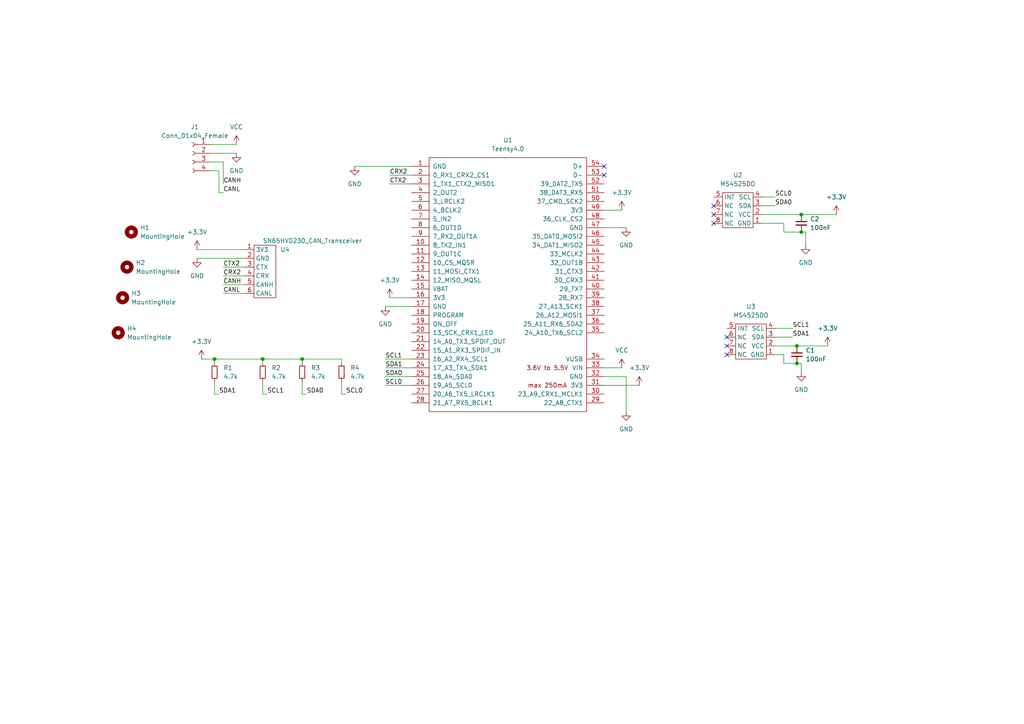
<source format=kicad_sch>
(kicad_sch (version 20211123) (generator eeschema)
  (paper "A4")
  (title_block (title "SDM-23 Yaw Probe") (date "2022-10-09") (rev "v1.0") (company "Sun Devil Motorsports - Data Acquisition") (comment 1 "Teensy 4.0 Variant"))
  (lib_symbols
    (symbol "Connector:Conn_01x04_Female" (pin_names (offset 1.016) hide)
      (property "Reference" "J" (at 0 5.08 0))
      (property "Value" "Conn_01x04_Female" (at 0 -7.62 0))
      (symbol "Conn_01x04_Female_1_1"
        (arc (start 0 -4.572) (mid -0.508 -5.08) (end 0 -5.588) (stroke (width 0.1524)))
        (arc (start 0 -2.032) (mid -0.508 -2.54) (end 0 -3.048) (stroke (width 0.1524)))
        (polyline (pts (xy -1.27 -5.08) (xy -0.508 -5.08)) (stroke (width 0.1524)))
        (polyline (pts (xy -1.27 -2.54) (xy -0.508 -2.54)) (stroke (width 0.1524)))
        (polyline (pts (xy -1.27 0) (xy -0.508 0)) (stroke (width 0.1524)))
        (polyline (pts (xy -1.27 2.54) (xy -0.508 2.54)) (stroke (width 0.1524)))
        (arc (start 0 0.508) (mid -0.508 0) (end 0 -0.508) (stroke (width 0.1524)))
        (arc (start 0 3.048) (mid -0.508 2.54) (end 0 2.032) (stroke (width 0.1524)))
        (pin passive line (at -5.08 2.54 0) (length 3.81) (name "Pin_1") (number "1"))
        (pin passive line (at -5.08 0 0) (length 3.81) (name "Pin_2") (number "2"))
        (pin passive line (at -5.08 -2.54 0) (length 3.81) (name "Pin_3") (number "3"))
        (pin passive line (at -5.08 -5.08 0) (length 3.81) (name "Pin_4") (number "4"))
      )
    )
    (symbol "Device:C_Small" (pin_numbers hide) (pin_names (offset 0.254) hide)
      (property "Reference" "C" (at 0.254 1.778 0))
      (property "Value" "C_Small" (at 0.254 -2.032 0))
      (symbol "C_Small_0_1"
        (polyline (pts (xy -1.524 -0.508) (xy 1.524 -0.508)) (stroke (width 0.3302)))
        (polyline (pts (xy -1.524 0.508) (xy 1.524 0.508)) (stroke (width 0.3048)))
      )
      (symbol "C_Small_1_1"
        (pin passive line (at 0 2.54 270) (length 2.032) (name "~") (number "1"))
        (pin passive line (at 0 -2.54 90) (length 2.032) (name "~") (number "2"))
      )
    )
    (symbol "Device:R_Small" (pin_numbers hide) (pin_names (offset 0.254) hide)
      (property "Reference" "R" (at 0.762 0.508 0))
      (property "Value" "R_Small" (at 0.762 -1.016 0))
      (symbol "R_Small_0_1"
        (rectangle (start -0.762 1.778) (end 0.762 -1.778) (stroke (width 0.2032)))
      )
      (symbol "R_Small_1_1"
        (pin passive line (at 0 2.54 270) (length 0.762) (name "~") (number "1"))
        (pin passive line (at 0 -2.54 90) (length 0.762) (name "~") (number "2"))
      )
    )
    (symbol "Mechanical:MountingHole" (pin_names (offset 1.016))
      (property "Reference" "H" (at 0 5.08 0))
      (property "Value" "MountingHole" (at 0 3.175 0))
      (symbol "MountingHole_0_1"
        (circle (center 0 0) (radius 1.27) (stroke (width 1.27)))
      )
    )
    (symbol "SDM:MS4525DO"
      (property "Reference" "U" (at 0 0 0))
      (property "Value" "MS4525DO" (at 0 -2.54 0))
      (symbol "MS4525DO_0_1"
        (rectangle (start -3.81 -15.24) (end 5.08 -5.08))
      )
      (symbol "MS4525DO_1_1"
        (pin input line (at 7.62 -13.97 180) (length 2.54) (name "GND") (number "1"))
        (pin input line (at 7.62 -11.43 180) (length 2.54) (name "VCC") (number "2"))
        (pin input line (at 7.62 -8.89 180) (length 2.54) (name "SDA") (number "3"))
        (pin input line (at 7.62 -6.35 180) (length 2.54) (name "SCL") (number "4"))
        (pin input line (at -6.35 -6.35 0) (length 2.54) (name "INT") (number "5"))
        (pin input line (at -6.35 -8.89 0) (length 2.54) (name "NC") (number "6"))
        (pin input line (at -6.35 -11.43 0) (length 2.54) (name "NC") (number "7"))
        (pin input line (at -6.35 -13.97 0) (length 2.54) (name "NC") (number "8"))
      )
    )
    (symbol "SDM:SN65HVD230_CAN_Transceiver"
      (property "Reference" "U" (at 0 2.54 0))
      (property "Value" "SN65HVD230_CAN_Transceiver" (at 2.54 0 0))
      (symbol "SN65HVD230_CAN_Transceiver_0_1"
        (rectangle (start -1.27 -2.54) (end 5.08 -17.78))
      )
      (symbol "SN65HVD230_CAN_Transceiver_1_1"
        (pin input line (at -3.81 -3.81 0) (length 2.54) (name "3V3") (number "1"))
        (pin input line (at -3.81 -6.35 0) (length 2.54) (name "GND") (number "2"))
        (pin input line (at -3.81 -8.89 0) (length 2.54) (name "CTX") (number "3"))
        (pin input line (at -3.81 -11.43 0) (length 2.54) (name "CRX") (number "4"))
        (pin input line (at -3.81 -13.97 0) (length 2.54) (name "CANH") (number "5"))
        (pin input line (at -3.81 -16.51 0) (length 2.54) (name "CANL") (number "6"))
      )
    )
    (symbol "Teensy:Teensy4.0" (pin_names (offset 1.016))
      (property "Reference" "U" (at 0 39.37 0))
      (property "Value" "Teensy4.0" (at 0 -39.37 0))
      (symbol "Teensy4.0_0_0"
        (text "3.6V to 5.5V" (at 11.43 -24.13 0) (effects (font (size 1.27 1.27))))
        (text "max 250mA" (at 11.43 -29.21 0) (effects (font (size 1.27 1.27))))
        (pin bidirectional line (at -27.94 11.43 0) (length 5.08) (name "8_TX2_IN1") (number "10"))
        (pin bidirectional line (at -27.94 8.89 0) (length 5.08) (name "9_OUT1C") (number "11"))
        (pin bidirectional line (at -27.94 6.35 0) (length 5.08) (name "10_CS_MQSR") (number "12"))
        (pin bidirectional line (at -27.94 3.81 0) (length 5.08) (name "11_MOSI_CTX1") (number "13"))
        (pin bidirectional line (at -27.94 1.27 0) (length 5.08) (name "12_MISO_MQSL") (number "14"))
        (pin power_in line (at -27.94 -1.27 0) (length 5.08) (name "VBAT") (number "15"))
        (pin power_in line (at -27.94 -3.81 0) (length 5.08) (name "3V3") (number "16"))
        (pin power_in line (at -27.94 -6.35 0) (length 5.08) (name "GND") (number "17"))
        (pin input line (at -27.94 -8.89 0) (length 5.08) (name "PROGRAM") (number "18"))
        (pin input line (at -27.94 -11.43 0) (length 5.08) (name "ON_OFF") (number "19"))
        (pin bidirectional line (at -27.94 -13.97 0) (length 5.08) (name "13_SCK_CRX1_LED") (number "20"))
        (pin bidirectional line (at -27.94 -16.51 0) (length 5.08) (name "14_A0_TX3_SPDIF_OUT") (number "21"))
        (pin bidirectional line (at -27.94 -19.05 0) (length 5.08) (name "15_A1_RX3_SPDIF_IN") (number "22"))
        (pin bidirectional line (at -27.94 -21.59 0) (length 5.08) (name "16_A2_RX4_SCL1") (number "23"))
        (pin bidirectional line (at -27.94 -24.13 0) (length 5.08) (name "17_A3_TX4_SDA1") (number "24"))
        (pin bidirectional line (at -27.94 -26.67 0) (length 5.08) (name "18_A4_SDA0") (number "25"))
        (pin bidirectional line (at -27.94 -29.21 0) (length 5.08) (name "19_A5_SCL0") (number "26"))
        (pin bidirectional line (at -27.94 -31.75 0) (length 5.08) (name "20_A6_TX5_LRCLK1") (number "27"))
        (pin bidirectional line (at -27.94 -34.29 0) (length 5.08) (name "21_A7_RX5_BCLK1") (number "28"))
        (pin bidirectional line (at 27.94 -34.29 180) (length 5.08) (name "22_A8_CTX1") (number "29"))
        (pin bidirectional line (at 27.94 -31.75 180) (length 5.08) (name "23_A9_CRX1_MCLK1") (number "30"))
        (pin power_out line (at 27.94 -29.21 180) (length 5.08) (name "3V3") (number "31"))
        (pin power_in line (at 27.94 -26.67 180) (length 5.08) (name "GND") (number "32"))
        (pin power_in line (at 27.94 -24.13 180) (length 5.08) (name "VIN") (number "33"))
        (pin power_out line (at 27.94 -21.59 180) (length 5.08) (name "VUSB") (number "34"))
        (pin bidirectional line (at 27.94 -13.97 180) (length 5.08) (name "24_A10_TX6_SCL2") (number "35"))
        (pin bidirectional line (at 27.94 -11.43 180) (length 5.08) (name "25_A11_RX6_SDA2") (number "36"))
        (pin bidirectional line (at 27.94 -8.89 180) (length 5.08) (name "26_A12_MOSI1") (number "37"))
        (pin bidirectional line (at 27.94 -6.35 180) (length 5.08) (name "27_A13_SCK1") (number "38"))
        (pin bidirectional line (at 27.94 -3.81 180) (length 5.08) (name "28_RX7") (number "39"))
        (pin bidirectional line (at 27.94 -1.27 180) (length 5.08) (name "29_TX7") (number "40"))
        (pin bidirectional line (at 27.94 1.27 180) (length 5.08) (name "30_CRX3") (number "41"))
        (pin bidirectional line (at 27.94 3.81 180) (length 5.08) (name "31_CTX3") (number "42"))
        (pin bidirectional line (at 27.94 6.35 180) (length 5.08) (name "32_OUT1B") (number "43"))
        (pin bidirectional line (at 27.94 8.89 180) (length 5.08) (name "33_MCLK2") (number "44"))
        (pin bidirectional line (at 27.94 11.43 180) (length 5.08) (name "34_DAT1_MISO2") (number "45"))
        (pin bidirectional line (at 27.94 13.97 180) (length 5.08) (name "35_DAT0_MOSI2") (number "46"))
        (pin power_out line (at 27.94 16.51 180) (length 5.08) (name "GND") (number "47"))
        (pin bidirectional line (at 27.94 19.05 180) (length 5.08) (name "36_CLK_CS2") (number "48"))
        (pin power_out line (at 27.94 21.59 180) (length 5.08) (name "3V3") (number "49"))
        (pin bidirectional line (at -27.94 24.13 0) (length 5.08) (name "3_LRCLK2") (number "5"))
        (pin bidirectional line (at 27.94 24.13 180) (length 5.08) (name "37_CMD_SCK2") (number "50"))
        (pin bidirectional line (at 27.94 26.67 180) (length 5.08) (name "38_DAT3_RX5") (number "51"))
        (pin bidirectional line (at 27.94 29.21 180) (length 5.08) (name "39_DAT2_TX5") (number "52"))
        (pin bidirectional line (at 27.94 31.75 180) (length 5.08) (name "D-") (number "53"))
        (pin bidirectional line (at 27.94 34.29 180) (length 5.08) (name "D+") (number "54"))
        (pin bidirectional line (at -27.94 21.59 0) (length 5.08) (name "4_BCLK2") (number "6"))
        (pin bidirectional line (at -27.94 19.05 0) (length 5.08) (name "5_IN2") (number "7"))
        (pin bidirectional line (at -27.94 16.51 0) (length 5.08) (name "6_OUT1D") (number "8"))
        (pin bidirectional line (at -27.94 13.97 0) (length 5.08) (name "7_RX2_OUT1A") (number "9"))
      )
      (symbol "Teensy4.0_0_1"
        (rectangle (start -22.86 36.83) (end 22.86 -36.83))
        (rectangle (start -20.32 -31.75) (end -20.32 -31.75))
      )
      (symbol "Teensy4.0_1_1"
        (pin power_in line (at -27.94 34.29 0) (length 5.08) (name "GND") (number "1"))
        (pin bidirectional line (at -27.94 31.75 0) (length 5.08) (name "0_RX1_CRX2_CS1") (number "2"))
        (pin bidirectional line (at -27.94 29.21 0) (length 5.08) (name "1_TX1_CTX2_MISO1") (number "3"))
        (pin bidirectional line (at -27.94 26.67 0) (length 5.08) (name "2_OUT2") (number "4"))
      )
    )
    (symbol "power:+3.3V" (power) (pin_names (offset 0))
      (property "Value" "+3.3V" (at 0 3.556 0))
      (symbol "+3.3V_0_1"
        (polyline (pts (xy -0.762 1.27) (xy 0 2.54)))
        (polyline (pts (xy 0 0) (xy 0 2.54)))
        (polyline (pts (xy 0 2.54) (xy 0.762 1.27)))
      )
      (symbol "+3.3V_1_1"
        (pin power_in line (at 0 0 90) (length 0) hide (name "+3.3V") (number "1"))
      )
    )
    (symbol "power:GND" (power) (pin_names (offset 0))
      (property "Value" "GND" (at 0 -3.81 0))
      (symbol "GND_0_1"
        (polyline (pts (xy 0 0) (xy 0 -1.27) (xy 1.27 -1.27) (xy 0 -2.54) (xy -1.27 -1.27) (xy 0 -1.27)))
      )
      (symbol "GND_1_1"
        (pin power_in line (at 0 0 270) (length 0) hide (name "GND") (number "1"))
      )
    )
    (symbol "power:VCC" (power) (pin_names (offset 0))
      (property "Value" "VCC" (at 0 3.81 0))
      (symbol "VCC_0_1"
        (polyline (pts (xy -0.762 1.27) (xy 0 2.54)))
        (polyline (pts (xy 0 0) (xy 0 2.54)))
        (polyline (pts (xy 0 2.54) (xy 0.762 1.27)))
      )
      (symbol "VCC_1_1"
        (pin power_in line (at 0 0 90) (length 0) hide (name "VCC") (number "1"))
      )
    )
  )
  (junction (at 76.2 104.14))
  (junction (at 62.23 104.14))
  (junction (at 87.63 104.14))
  (junction (at 232.41 62.23))
  (junction (at 232.41 67.31))
  (junction (at 231.14 100.33))
  (junction (at 231.14 105.41))
  (no_connect (at 175.26 48.26))
  (no_connect (at 175.26 50.8))
  (no_connect (at 207.01 59.69))
  (no_connect (at 207.01 62.23))
  (no_connect (at 207.01 64.77))
  (no_connect (at 210.82 100.33))
  (no_connect (at 210.82 97.79))
  (no_connect (at 210.82 102.87))
  (wire (pts (xy 224.79 100.33) (xy 231.14 100.33)))
  (wire (pts (xy 62.23 104.14) (xy 76.2 104.14)))
  (wire (pts (xy 64.77 46.99) (xy 64.77 53.34)))
  (wire (pts (xy 231.14 105.41) (xy 232.41 105.41)))
  (wire (pts (xy 220.98 64.77) (xy 227.33 64.77)))
  (wire (pts (xy 63.5 49.53) (xy 63.5 55.88)))
  (wire (pts (xy 224.79 97.79) (xy 229.87 97.79)))
  (wire (pts (xy 99.06 114.3) (xy 100.33 114.3)))
  (wire (pts (xy 227.33 102.87) (xy 227.33 105.41)))
  (wire (pts (xy 227.33 64.77) (xy 227.33 67.31)))
  (wire (pts (xy 233.68 71.12) (xy 233.68 67.31)))
  (wire (pts (xy 57.15 72.39) (xy 71.12 72.39)))
  (wire (pts (xy 60.96 46.99) (xy 64.77 46.99)))
  (wire (pts (xy 64.77 80.01) (xy 71.12 80.01)))
  (wire (pts (xy 220.98 57.15) (xy 224.79 57.15)))
  (wire (pts (xy 76.2 104.14) (xy 87.63 104.14)))
  (wire (pts (xy 76.2 114.3) (xy 77.47 114.3)))
  (wire (pts (xy 111.76 106.68) (xy 119.38 106.68)))
  (wire (pts (xy 220.98 62.23) (xy 232.41 62.23)))
  (wire (pts (xy 232.41 67.31) (xy 233.68 67.31)))
  (wire (pts (xy 175.26 109.22) (xy 181.61 109.22)))
  (wire (pts (xy 62.23 114.3) (xy 62.23 110.49)))
  (wire (pts (xy 232.41 62.23) (xy 242.57 62.23)))
  (wire (pts (xy 60.96 44.45) (xy 68.58 44.45)))
  (wire (pts (xy 175.26 66.04) (xy 181.61 66.04)))
  (wire (pts (xy 175.26 106.68) (xy 180.34 106.68)))
  (wire (pts (xy 62.23 105.41) (xy 62.23 104.14)))
  (wire (pts (xy 76.2 105.41) (xy 76.2 104.14)))
  (wire (pts (xy 231.14 100.33) (xy 240.03 100.33)))
  (wire (pts (xy 227.33 105.41) (xy 231.14 105.41)))
  (wire (pts (xy 111.76 111.76) (xy 119.38 111.76)))
  (wire (pts (xy 76.2 110.49) (xy 76.2 114.3)))
  (wire (pts (xy 87.63 114.3) (xy 88.9 114.3)))
  (wire (pts (xy 111.76 104.14) (xy 119.38 104.14)))
  (wire (pts (xy 111.76 109.22) (xy 119.38 109.22)))
  (wire (pts (xy 220.98 59.69) (xy 224.79 59.69)))
  (wire (pts (xy 63.5 114.3) (xy 62.23 114.3)))
  (wire (pts (xy 232.41 107.95) (xy 232.41 105.41)))
  (wire (pts (xy 87.63 110.49) (xy 87.63 114.3)))
  (wire (pts (xy 113.03 86.36) (xy 119.38 86.36)))
  (wire (pts (xy 102.87 48.26) (xy 119.38 48.26)))
  (wire (pts (xy 175.26 60.96) (xy 180.34 60.96)))
  (wire (pts (xy 58.42 104.14) (xy 62.23 104.14)))
  (wire (pts (xy 63.5 55.88) (xy 64.77 55.88)))
  (wire (pts (xy 60.96 41.91) (xy 68.58 41.91)))
  (wire (pts (xy 99.06 104.14) (xy 87.63 104.14)))
  (wire (pts (xy 181.61 109.22) (xy 181.61 119.38)))
  (wire (pts (xy 60.96 49.53) (xy 63.5 49.53)))
  (wire (pts (xy 64.77 82.55) (xy 71.12 82.55)))
  (wire (pts (xy 113.03 53.34) (xy 119.38 53.34)))
  (wire (pts (xy 224.79 102.87) (xy 227.33 102.87)))
  (wire (pts (xy 57.15 74.93) (xy 71.12 74.93)))
  (wire (pts (xy 227.33 67.31) (xy 232.41 67.31)))
  (wire (pts (xy 99.06 110.49) (xy 99.06 114.3)))
  (wire (pts (xy 111.76 88.9) (xy 119.38 88.9)))
  (wire (pts (xy 64.77 85.09) (xy 71.12 85.09)))
  (wire (pts (xy 175.26 111.76) (xy 185.42 111.76)))
  (wire (pts (xy 64.77 77.47) (xy 71.12 77.47)))
  (wire (pts (xy 224.79 95.25) (xy 229.87 95.25)))
  (wire (pts (xy 99.06 105.41) (xy 99.06 104.14)))
  (wire (pts (xy 87.63 105.41) (xy 87.63 104.14)))
  (wire (pts (xy 113.03 50.8) (xy 119.38 50.8)))
  (label "SDA0" (at 111.76 109.22 0))
  (label "SDA1" (at 63.5 114.3 0))
  (label "SCL1" (at 77.47 114.3 0))
  (label "CTX2" (at 113.03 53.34 0))
  (label "SDA1" (at 229.87 97.79 0))
  (label "CANH" (at 64.77 53.34 0))
  (label "CANL" (at 64.77 85.09 0))
  (label "SDA1" (at 111.76 106.68 0))
  (label "SCL1" (at 229.87 95.25 0))
  (label "CRX2" (at 64.77 80.01 0))
  (label "CANH" (at 64.77 82.55 0))
  (label "CTX2" (at 64.77 77.47 0))
  (label "SDA0" (at 224.79 59.69 0))
  (label "CRX2" (at 113.03 50.8 0))
  (label "SDA0" (at 88.9 114.3 0))
  (label "SCL0" (at 111.76 111.76 0))
  (label "CANL" (at 64.77 55.88 0))
  (label "SCL1" (at 111.76 104.14 0))
  (label "SCL0" (at 224.79 57.15 0))
  (label "SCL0" (at 100.33 114.3 0))
  (symbol (lib_id "power:GND") (at 102.87 48.26 0) (unit 1)
    (property "Reference" "#PWR0101" (effects hide))
    (property "Value" "GND" (at 102.87 53.34 0))
  )
  (symbol (lib_id "power:+3.3V") (at 57.15 72.39 0) (unit 1)
    (property "Reference" "#PWR0105" (effects hide))
    (property "Value" "+3.3V" (at 57.15 67.31 0))
  )
  (symbol (lib_id "SDM:MS4525DO") (at 217.17 88.9 0) (unit 1)
    (property "Reference" "U3" (at 217.805 88.9 0))
    (property "Value" "MS4525DO" (at 217.805 91.44 0))
  )
  (symbol (lib_id "power:GND") (at 181.61 119.38 0) (unit 1)
    (property "Reference" "#PWR0112" (effects hide))
    (property "Value" "GND" (at 181.61 124.46 0))
  )
  (symbol (lib_id "power:GND") (at 111.76 88.9 0) (unit 1)
    (property "Reference" "#PWR0113" (effects hide))
    (property "Value" "GND" (at 111.76 93.98 0))
  )
  (symbol (lib_id "power:+3.3V") (at 242.57 62.23 0) (unit 1)
    (property "Reference" "#PWR0109" (effects hide))
    (property "Value" "+3.3V" (at 242.57 57.15 0))
  )
  (symbol (lib_id "power:GND") (at 68.58 44.45 0) (unit 1)
    (property "Reference" "#PWR0102" (effects hide))
    (property "Value" "GND" (at 68.58 49.53 0))
  )
  (symbol (lib_id "Mechanical:MountingHole") (at 34.29 96.52 0) (unit 1)
    (property "Reference" "H4" (at 36.83 95.2499 0) (effects (justify left)))
    (property "Value" "MountingHole" (at 36.83 97.7899 0) (effects (justify left)))
  )
  (symbol (lib_id "power:GND") (at 232.41 107.95 0) (unit 1)
    (property "Reference" "#PWR0107" (effects hide))
    (property "Value" "GND" (at 232.41 113.03 0))
  )
  (symbol (lib_id "Device:C_Small") (at 231.14 102.87 0) (unit 1)
    (property "Reference" "C1" (at 233.68 101.6062 0) (effects (justify left)))
    (property "Value" "100nF" (at 233.68 104.1462 0) (effects (justify left)))
  )
  (symbol (lib_id "power:VCC") (at 180.34 106.68 0) (unit 1)
    (property "Reference" "#PWR0111" (effects hide))
    (property "Value" "VCC" (at 180.34 101.6 0))
  )
  (symbol (lib_id "power:+3.3V") (at 185.42 111.76 0) (unit 1)
    (property "Reference" "#PWR0110" (effects hide))
    (property "Value" "+3.3V" (at 185.42 106.68 0))
  )
  (symbol (lib_id "Mechanical:MountingHole") (at 35.56 86.36 0) (unit 1)
    (property "Reference" "H3" (at 38.1 85.0899 0) (effects (justify left)))
    (property "Value" "MountingHole" (at 38.1 87.6299 0) (effects (justify left)))
  )
  (symbol (lib_id "SDM:SN65HVD230_CAN_Transceiver") (at 74.93 68.58 0) (unit 1)
    (property "Reference" "U4" (at 81.28 72.39 0) (effects (justify left)))
    (property "Value" "SN65HVD230_CAN_Transceiver" (at 76.2 69.85 0) (effects (justify left)))
  )
  (symbol (lib_id "power:+3.3V") (at 58.42 104.14 0) (unit 1)
    (property "Reference" "#PWR0117" (effects hide))
    (property "Value" "+3.3V" (at 58.42 99.06 0))
  )
  (symbol (lib_id "Device:R_Small") (at 99.06 107.95 0) (unit 1)
    (property "Reference" "R4" (at 101.6 106.6799 0) (effects (justify left)))
    (property "Value" "4.7k" (at 101.6 109.2199 0) (effects (justify left)))
  )
  (symbol (lib_id "Mechanical:MountingHole") (at 38.1 67.31 0) (unit 1)
    (property "Reference" "H1" (at 40.64 66.0399 0) (effects (justify left)))
    (property "Value" "MountingHole" (at 40.64 68.5799 0) (effects (justify left)))
  )
  (symbol (lib_id "Device:R_Small") (at 62.23 107.95 0) (unit 1)
    (property "Reference" "R1" (at 64.77 106.6799 0) (effects (justify left)))
    (property "Value" "4.7k" (at 64.77 109.2199 0) (effects (justify left)))
  )
  (symbol (lib_id "power:+3.3V") (at 240.03 100.33 0) (unit 1)
    (property "Reference" "#PWR0106" (effects hide))
    (property "Value" "+3.3V" (at 240.03 95.25 0))
  )
  (symbol (lib_id "Device:R_Small") (at 76.2 107.95 0) (unit 1)
    (property "Reference" "R2" (at 78.74 106.6799 0) (effects (justify left)))
    (property "Value" "4.7k" (at 78.74 109.2199 0) (effects (justify left)))
  )
  (symbol (lib_id "power:+3.3V") (at 113.03 86.36 0) (unit 1)
    (property "Reference" "#PWR0114" (effects hide))
    (property "Value" "+3.3V" (at 113.03 81.28 0))
  )
  (symbol (lib_id "Mechanical:MountingHole") (at 36.83 77.47 0) (unit 1)
    (property "Reference" "H2" (at 39.37 76.1999 0) (effects (justify left)))
    (property "Value" "MountingHole" (at 39.37 78.7399 0) (effects (justify left)))
  )
  (symbol (lib_id "power:+3.3V") (at 180.34 60.96 0) (unit 1)
    (property "Reference" "#PWR0116" (effects hide))
    (property "Value" "+3.3V" (at 180.34 55.88 0))
  )
  (symbol (lib_id "power:GND") (at 181.61 66.04 0) (unit 1)
    (property "Reference" "#PWR0115" (effects hide))
    (property "Value" "GND" (at 181.61 71.12 0))
  )
  (symbol (lib_id "Teensy:Teensy4.0") (at 147.32 82.55 0) (unit 1)
    (property "Reference" "U1" (at 147.32 40.64 0))
    (property "Value" "Teensy4.0" (at 147.32 43.18 0))
  )
  (symbol (lib_id "Device:C_Small") (at 232.41 64.77 0) (unit 1)
    (property "Reference" "C2" (at 234.95 63.5062 0) (effects (justify left)))
    (property "Value" "100nF" (at 234.95 66.0462 0) (effects (justify left)))
  )
  (symbol (lib_id "power:GND") (at 233.68 71.12 0) (unit 1)
    (property "Reference" "#PWR0108" (effects hide))
    (property "Value" "GND" (at 233.68 76.2 0))
  )
  (symbol (lib_id "power:VCC") (at 68.58 41.91 0) (unit 1)
    (property "Reference" "#PWR0103" (effects hide))
    (property "Value" "VCC" (at 68.58 36.83 0))
  )
  (symbol (lib_id "Connector:Conn_01x04_Female") (at 55.88 44.45 0) (mirror y) (unit 1)
    (property "Reference" "J1" (at 56.515 36.83 0))
    (property "Value" "Conn_01x04_Female" (at 56.515 39.37 0))
  )
  (symbol (lib_id "SDM:MS4525DO") (at 213.36 50.8 0) (unit 1)
    (property "Reference" "U2" (at 213.995 50.8 0))
    (property "Value" "MS4525DO" (at 213.995 53.34 0))
  )
  (symbol (lib_id "Device:R_Small") (at 87.63 107.95 0) (unit 1)
    (property "Reference" "R3" (at 90.17 106.6799 0) (effects (justify left)))
    (property "Value" "4.7k" (at 90.17 109.2199 0) (effects (justify left)))
  )
  (symbol (lib_id "power:GND") (at 57.15 74.93 0) (unit 1)
    (property "Reference" "#PWR0104" (effects hide))
    (property "Value" "GND" (at 57.15 80.01 0))
  )
)
</source>
